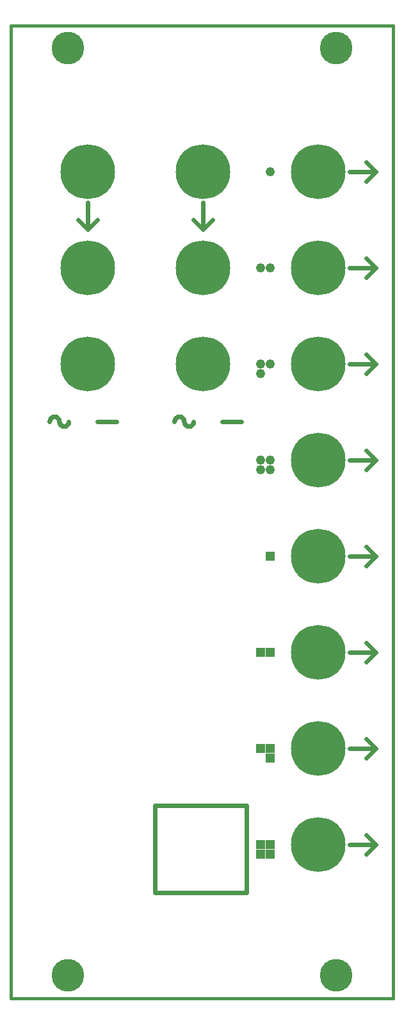
<source format=gts>
G75*
%MOIN*%
%OFA0B0*%
%FSLAX25Y25*%
%IPPOS*%
%LPD*%
%AMOC8*
5,1,8,0,0,1.08239X$1,22.5*
%
%ADD10C,0.01600*%
%ADD11C,0.02400*%
%ADD12C,0.17005*%
%ADD13C,0.28422*%
%ADD14C,0.04762*%
%ADD15R,0.04762X0.04762*%
D10*
X0004700Y0004700D02*
X0004700Y0510606D01*
X0203519Y0510606D01*
X0203519Y0004700D01*
X0004700Y0004700D01*
D11*
X0079700Y0059700D02*
X0079700Y0104818D01*
X0127062Y0104818D01*
X0127062Y0059700D01*
X0079700Y0059700D01*
X0089700Y0304700D02*
X0089702Y0304798D01*
X0089708Y0304896D01*
X0089717Y0304994D01*
X0089731Y0305091D01*
X0089748Y0305188D01*
X0089769Y0305284D01*
X0089794Y0305379D01*
X0089822Y0305473D01*
X0089855Y0305565D01*
X0089890Y0305657D01*
X0089930Y0305747D01*
X0089972Y0305835D01*
X0090019Y0305922D01*
X0090068Y0306006D01*
X0090121Y0306089D01*
X0090177Y0306169D01*
X0090237Y0306248D01*
X0090299Y0306324D01*
X0090364Y0306397D01*
X0090432Y0306468D01*
X0090503Y0306536D01*
X0090576Y0306601D01*
X0090652Y0306663D01*
X0090731Y0306723D01*
X0090811Y0306779D01*
X0090894Y0306832D01*
X0090978Y0306881D01*
X0091065Y0306928D01*
X0091153Y0306970D01*
X0091243Y0307010D01*
X0091335Y0307045D01*
X0091427Y0307078D01*
X0091521Y0307106D01*
X0091616Y0307131D01*
X0091712Y0307152D01*
X0091809Y0307169D01*
X0091906Y0307183D01*
X0092004Y0307192D01*
X0092102Y0307198D01*
X0092200Y0307200D01*
X0092298Y0307198D01*
X0092396Y0307192D01*
X0092494Y0307183D01*
X0092591Y0307169D01*
X0092688Y0307152D01*
X0092784Y0307131D01*
X0092879Y0307106D01*
X0092973Y0307078D01*
X0093065Y0307045D01*
X0093157Y0307010D01*
X0093247Y0306970D01*
X0093335Y0306928D01*
X0093422Y0306881D01*
X0093506Y0306832D01*
X0093589Y0306779D01*
X0093669Y0306723D01*
X0093748Y0306663D01*
X0093824Y0306601D01*
X0093897Y0306536D01*
X0093968Y0306468D01*
X0094036Y0306397D01*
X0094101Y0306324D01*
X0094163Y0306248D01*
X0094223Y0306169D01*
X0094279Y0306089D01*
X0094332Y0306006D01*
X0094381Y0305922D01*
X0094428Y0305835D01*
X0094470Y0305747D01*
X0094510Y0305657D01*
X0094545Y0305565D01*
X0094578Y0305473D01*
X0094606Y0305379D01*
X0094631Y0305284D01*
X0094652Y0305188D01*
X0094669Y0305091D01*
X0094683Y0304994D01*
X0094692Y0304896D01*
X0094698Y0304798D01*
X0094700Y0304700D01*
X0094702Y0304602D01*
X0094708Y0304504D01*
X0094717Y0304406D01*
X0094731Y0304309D01*
X0094748Y0304212D01*
X0094769Y0304116D01*
X0094794Y0304021D01*
X0094822Y0303927D01*
X0094855Y0303835D01*
X0094890Y0303743D01*
X0094930Y0303653D01*
X0094972Y0303565D01*
X0095019Y0303478D01*
X0095068Y0303394D01*
X0095121Y0303311D01*
X0095177Y0303231D01*
X0095237Y0303152D01*
X0095299Y0303076D01*
X0095364Y0303003D01*
X0095432Y0302932D01*
X0095503Y0302864D01*
X0095576Y0302799D01*
X0095652Y0302737D01*
X0095731Y0302677D01*
X0095811Y0302621D01*
X0095894Y0302568D01*
X0095978Y0302519D01*
X0096065Y0302472D01*
X0096153Y0302430D01*
X0096243Y0302390D01*
X0096335Y0302355D01*
X0096427Y0302322D01*
X0096521Y0302294D01*
X0096616Y0302269D01*
X0096712Y0302248D01*
X0096809Y0302231D01*
X0096906Y0302217D01*
X0097004Y0302208D01*
X0097102Y0302202D01*
X0097200Y0302200D01*
X0097298Y0302202D01*
X0097396Y0302208D01*
X0097494Y0302217D01*
X0097591Y0302231D01*
X0097688Y0302248D01*
X0097784Y0302269D01*
X0097879Y0302294D01*
X0097973Y0302322D01*
X0098065Y0302355D01*
X0098157Y0302390D01*
X0098247Y0302430D01*
X0098335Y0302472D01*
X0098422Y0302519D01*
X0098506Y0302568D01*
X0098589Y0302621D01*
X0098669Y0302677D01*
X0098748Y0302737D01*
X0098824Y0302799D01*
X0098897Y0302864D01*
X0098968Y0302932D01*
X0099036Y0303003D01*
X0099101Y0303076D01*
X0099163Y0303152D01*
X0099223Y0303231D01*
X0099279Y0303311D01*
X0099332Y0303394D01*
X0099381Y0303478D01*
X0099428Y0303565D01*
X0099470Y0303653D01*
X0099510Y0303743D01*
X0099545Y0303835D01*
X0099578Y0303927D01*
X0099606Y0304021D01*
X0099631Y0304116D01*
X0099652Y0304212D01*
X0099669Y0304309D01*
X0099683Y0304406D01*
X0099692Y0304504D01*
X0099698Y0304602D01*
X0099700Y0304700D01*
X0114700Y0304700D02*
X0124700Y0304700D01*
X0104700Y0404700D02*
X0109700Y0409700D01*
X0104700Y0404700D02*
X0099700Y0409700D01*
X0104700Y0404700D02*
X0104700Y0418450D01*
X0059700Y0304700D02*
X0049700Y0304700D01*
X0034700Y0304700D02*
X0034698Y0304602D01*
X0034692Y0304504D01*
X0034683Y0304406D01*
X0034669Y0304309D01*
X0034652Y0304212D01*
X0034631Y0304116D01*
X0034606Y0304021D01*
X0034578Y0303927D01*
X0034545Y0303835D01*
X0034510Y0303743D01*
X0034470Y0303653D01*
X0034428Y0303565D01*
X0034381Y0303478D01*
X0034332Y0303394D01*
X0034279Y0303311D01*
X0034223Y0303231D01*
X0034163Y0303152D01*
X0034101Y0303076D01*
X0034036Y0303003D01*
X0033968Y0302932D01*
X0033897Y0302864D01*
X0033824Y0302799D01*
X0033748Y0302737D01*
X0033669Y0302677D01*
X0033589Y0302621D01*
X0033506Y0302568D01*
X0033422Y0302519D01*
X0033335Y0302472D01*
X0033247Y0302430D01*
X0033157Y0302390D01*
X0033065Y0302355D01*
X0032973Y0302322D01*
X0032879Y0302294D01*
X0032784Y0302269D01*
X0032688Y0302248D01*
X0032591Y0302231D01*
X0032494Y0302217D01*
X0032396Y0302208D01*
X0032298Y0302202D01*
X0032200Y0302200D01*
X0032102Y0302202D01*
X0032004Y0302208D01*
X0031906Y0302217D01*
X0031809Y0302231D01*
X0031712Y0302248D01*
X0031616Y0302269D01*
X0031521Y0302294D01*
X0031427Y0302322D01*
X0031335Y0302355D01*
X0031243Y0302390D01*
X0031153Y0302430D01*
X0031065Y0302472D01*
X0030978Y0302519D01*
X0030894Y0302568D01*
X0030811Y0302621D01*
X0030731Y0302677D01*
X0030652Y0302737D01*
X0030576Y0302799D01*
X0030503Y0302864D01*
X0030432Y0302932D01*
X0030364Y0303003D01*
X0030299Y0303076D01*
X0030237Y0303152D01*
X0030177Y0303231D01*
X0030121Y0303311D01*
X0030068Y0303394D01*
X0030019Y0303478D01*
X0029972Y0303565D01*
X0029930Y0303653D01*
X0029890Y0303743D01*
X0029855Y0303835D01*
X0029822Y0303927D01*
X0029794Y0304021D01*
X0029769Y0304116D01*
X0029748Y0304212D01*
X0029731Y0304309D01*
X0029717Y0304406D01*
X0029708Y0304504D01*
X0029702Y0304602D01*
X0029700Y0304700D01*
X0029698Y0304798D01*
X0029692Y0304896D01*
X0029683Y0304994D01*
X0029669Y0305091D01*
X0029652Y0305188D01*
X0029631Y0305284D01*
X0029606Y0305379D01*
X0029578Y0305473D01*
X0029545Y0305565D01*
X0029510Y0305657D01*
X0029470Y0305747D01*
X0029428Y0305835D01*
X0029381Y0305922D01*
X0029332Y0306006D01*
X0029279Y0306089D01*
X0029223Y0306169D01*
X0029163Y0306248D01*
X0029101Y0306324D01*
X0029036Y0306397D01*
X0028968Y0306468D01*
X0028897Y0306536D01*
X0028824Y0306601D01*
X0028748Y0306663D01*
X0028669Y0306723D01*
X0028589Y0306779D01*
X0028506Y0306832D01*
X0028422Y0306881D01*
X0028335Y0306928D01*
X0028247Y0306970D01*
X0028157Y0307010D01*
X0028065Y0307045D01*
X0027973Y0307078D01*
X0027879Y0307106D01*
X0027784Y0307131D01*
X0027688Y0307152D01*
X0027591Y0307169D01*
X0027494Y0307183D01*
X0027396Y0307192D01*
X0027298Y0307198D01*
X0027200Y0307200D01*
X0027102Y0307198D01*
X0027004Y0307192D01*
X0026906Y0307183D01*
X0026809Y0307169D01*
X0026712Y0307152D01*
X0026616Y0307131D01*
X0026521Y0307106D01*
X0026427Y0307078D01*
X0026335Y0307045D01*
X0026243Y0307010D01*
X0026153Y0306970D01*
X0026065Y0306928D01*
X0025978Y0306881D01*
X0025894Y0306832D01*
X0025811Y0306779D01*
X0025731Y0306723D01*
X0025652Y0306663D01*
X0025576Y0306601D01*
X0025503Y0306536D01*
X0025432Y0306468D01*
X0025364Y0306397D01*
X0025299Y0306324D01*
X0025237Y0306248D01*
X0025177Y0306169D01*
X0025121Y0306089D01*
X0025068Y0306006D01*
X0025019Y0305922D01*
X0024972Y0305835D01*
X0024930Y0305747D01*
X0024890Y0305657D01*
X0024855Y0305565D01*
X0024822Y0305473D01*
X0024794Y0305379D01*
X0024769Y0305284D01*
X0024748Y0305188D01*
X0024731Y0305091D01*
X0024717Y0304994D01*
X0024708Y0304896D01*
X0024702Y0304798D01*
X0024700Y0304700D01*
X0044700Y0404700D02*
X0049700Y0409700D01*
X0044700Y0404700D02*
X0039700Y0409700D01*
X0044700Y0404700D02*
X0044700Y0418450D01*
X0180950Y0434700D02*
X0194700Y0434700D01*
X0189700Y0429700D01*
X0194700Y0434700D02*
X0189700Y0439700D01*
X0189700Y0389700D02*
X0194700Y0384700D01*
X0189700Y0379700D01*
X0194700Y0384700D02*
X0180950Y0384700D01*
X0189700Y0339700D02*
X0194700Y0334700D01*
X0189700Y0329700D01*
X0194700Y0334700D02*
X0180950Y0334700D01*
X0189700Y0289700D02*
X0194700Y0284700D01*
X0189700Y0279700D01*
X0194700Y0284700D02*
X0180950Y0284700D01*
X0189700Y0239700D02*
X0194700Y0234700D01*
X0189700Y0229700D01*
X0194700Y0234700D02*
X0180950Y0234700D01*
X0189700Y0189700D02*
X0194700Y0184700D01*
X0189700Y0179700D01*
X0194700Y0184700D02*
X0180950Y0184700D01*
X0189700Y0139700D02*
X0194700Y0134700D01*
X0189700Y0129700D01*
X0194700Y0134700D02*
X0180950Y0134700D01*
X0189700Y0089700D02*
X0194700Y0084700D01*
X0189700Y0079700D01*
X0194700Y0084700D02*
X0180950Y0084700D01*
D12*
X0173991Y0016511D03*
X0034228Y0016511D03*
X0034228Y0498794D03*
X0173991Y0498794D03*
D13*
X0164700Y0434700D03*
X0164700Y0384700D03*
X0164700Y0334700D03*
X0164700Y0284700D03*
X0164700Y0234700D03*
X0164700Y0184700D03*
X0164700Y0134700D03*
X0164700Y0084700D03*
X0104700Y0334700D03*
X0104700Y0384700D03*
X0104700Y0434700D03*
X0044700Y0434700D03*
X0044700Y0384700D03*
X0044700Y0334700D03*
D14*
X0134700Y0334700D03*
X0134700Y0329700D03*
X0139700Y0334700D03*
X0139700Y0284700D03*
X0139700Y0279700D03*
X0134700Y0279700D03*
X0134700Y0284700D03*
X0134700Y0384700D03*
X0139700Y0384700D03*
X0139700Y0434700D03*
D15*
X0139700Y0234700D03*
X0139700Y0184700D03*
X0134700Y0184700D03*
X0134700Y0134700D03*
X0139700Y0134700D03*
X0139700Y0129700D03*
X0139700Y0084700D03*
X0139700Y0079700D03*
X0134700Y0079700D03*
X0134700Y0084700D03*
M02*

</source>
